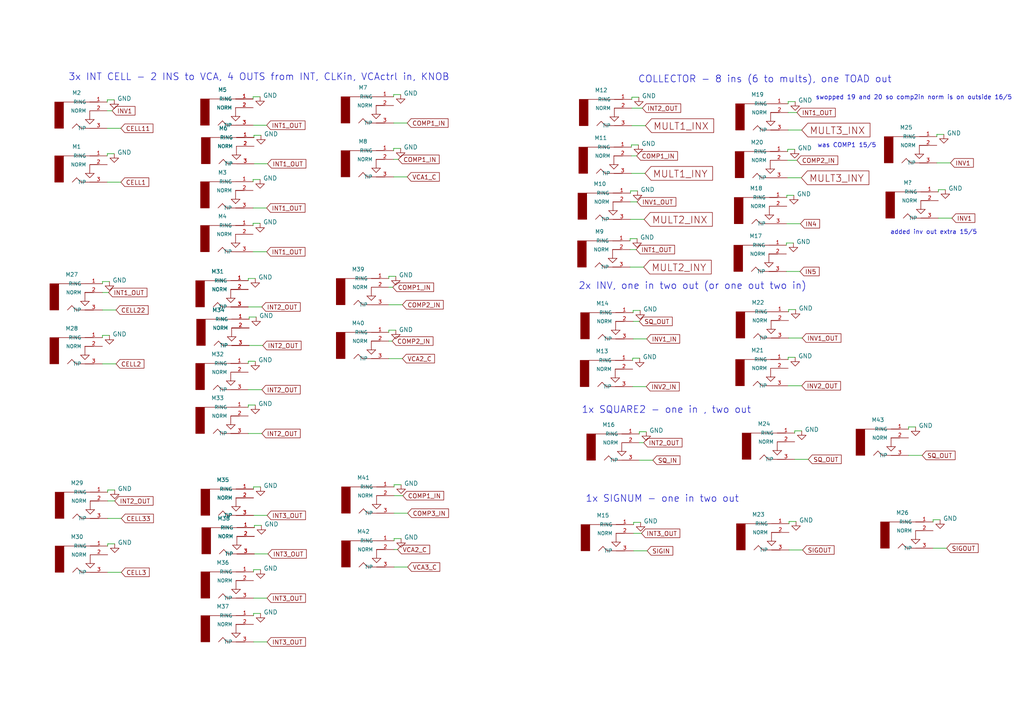
<source format=kicad_sch>
(kicad_sch (version 20211123) (generator eeschema)
  (paper "A4")
  (lib_symbols
    (symbol "power:GND" (power) (pin_names (offset 0))
      (property "Value" "GND" (at 0 -3.81 0))
      (symbol "GND_0_1"
        (polyline (pts (xy 0 0) (xy 0 -1.27) (xy 1.27 -1.27) (xy 0 -2.54) (xy -1.27 -1.27) (xy 0 -1.27)))
      )
      (symbol "GND_1_1"
        (pin power_in line (at 0 0 270) (length 0) hide (name "GND") (number "1"))
      )
    )
    (symbol "toad2-rescue:AUDIO-JACKERTHENVAR-PJ398-allcolours-rescue" (pin_names (offset 1.016))
      (property "Reference" "M?" (at -1.27 5.207 0))
      (symbol "AUDIO-JACKERTHENVAR-PJ398-allcolours-rescue_1_0"
        (polyline (pts (xy -5.08 2.54) (xy 5.08 2.54)))
        (polyline (pts (xy -2.54 -5.08) (xy -1.27 -3.81)))
        (polyline (pts (xy -1.27 -3.81) (xy 0 -5.08)))
        (polyline (pts (xy 0 -5.08) (xy 5.08 -5.08)))
        (polyline (pts (xy 1.27 -2.54) (xy 2.54 -2.54)))
        (polyline (pts (xy 2.54 -3.81) (xy 1.27 -2.54)))
        (polyline (pts (xy 2.54 -2.54) (xy 2.54 0)))
        (polyline (pts (xy 2.54 -2.54) (xy 3.81 -2.54)))
        (polyline (pts (xy 3.81 -2.54) (xy 2.54 -3.81)))
        (polyline (pts (xy 5.08 0) (xy 2.54 0)))
      )
      (symbol "AUDIO-JACKERTHENVAR-PJ398-allcolours-rescue_1_1"
        (rectangle (start -7.62 -5.08) (end -5.08 2.54) (fill (type outline)))
        (pin bidirectional line (at 7.62 2.54 180) (length 5.08) (name "RING") (number "1"))
        (pin bidirectional line (at 7.62 0 180) (length 5.08) (name "NORM") (number "2"))
        (pin bidirectional line (at 7.62 -5.08 180) (length 5.08) (name "TIP") (number "3"))
      )
    )
  )
  (wire (pts (xy 75.565 165.227) (xy 73.533 165.227)))
  (wire (pts (xy 270.637 150.749) (xy 270.637 151.384)))
  (wire (pts (xy 73.533 165.227) (xy 73.533 165.862)))
  (wire (pts (xy 73.533 141.224) (xy 73.533 141.859)))
  (wire (pts (xy 73.406 52.07) (xy 73.406 52.705)))
  (wire (pts (xy 263.525 123.825) (xy 263.525 124.46)))
  (wire (pts (xy 185.801 151.511) (xy 183.769 151.511)))
  (wire (pts (xy 75.438 64.77) (xy 73.406 64.77)))
  (wire (pts (xy 183.769 159.766) (xy 187.706 159.766)))
  (wire (pts (xy 182.753 77.47) (xy 186.69 77.47)))
  (wire (pts (xy 31.75 81.661) (xy 29.718 81.661)))
  (wire (pts (xy 182.88 55.372) (xy 182.88 56.007)))
  (wire (pts (xy 272.669 150.749) (xy 270.637 150.749)))
  (wire (pts (xy 228.473 51.562) (xy 232.41 51.562)))
  (wire (pts (xy 187.452 125.222) (xy 185.42 125.222)))
  (wire (pts (xy 185.547 103.886) (xy 183.515 103.886)))
  (wire (pts (xy 33.147 44.577) (xy 31.115 44.577)))
  (wire (pts (xy 230.759 89.789) (xy 228.727 89.789)))
  (wire (pts (xy 75.438 52.07) (xy 73.406 52.07)))
  (wire (pts (xy 72.009 125.73) (xy 75.946 125.73)))
  (wire (pts (xy 73.406 28.067) (xy 73.406 28.702)))
  (wire (pts (xy 265.557 123.825) (xy 263.525 123.825)))
  (wire (pts (xy 183.642 93.218) (xy 185.42 93.218)))
  (wire (pts (xy 74.041 117.475) (xy 72.009 117.475)))
  (wire (pts (xy 75.565 141.224) (xy 73.533 141.224)))
  (wire (pts (xy 182.88 63.627) (xy 186.817 63.627)))
  (wire (pts (xy 183.134 50.292) (xy 187.071 50.292)))
  (wire (pts (xy 182.753 72.39) (xy 184.531 72.39)))
  (wire (pts (xy 273.7612 38.989) (xy 271.7292 38.989)))
  (wire (pts (xy 31.115 37.211) (xy 35.052 37.211)))
  (wire (pts (xy 228.6 29.464) (xy 228.6 30.099)))
  (wire (pts (xy 228.854 159.512) (xy 232.791 159.512)))
  (wire (pts (xy 73.533 173.482) (xy 77.47 173.482)))
  (wire (pts (xy 230.251 56.642) (xy 228.219 56.642)))
  (wire (pts (xy 74.295 91.948) (xy 72.263 91.948)))
  (wire (pts (xy 114.3 159.385) (xy 115.316 159.385)))
  (wire (pts (xy 72.009 113.03) (xy 75.946 113.03)))
  (wire (pts (xy 73.533 149.479) (xy 77.47 149.479)))
  (wire (pts (xy 116.332 156.21) (xy 114.3 156.21)))
  (wire (pts (xy 183.134 45.212) (xy 184.658 45.212)))
  (wire (pts (xy 114.3 140.589) (xy 114.3 141.224)))
  (wire (pts (xy 73.533 186.182) (xy 77.47 186.182)))
  (wire (pts (xy 112.776 88.392) (xy 116.713 88.392)))
  (wire (pts (xy 228.092 78.74) (xy 232.029 78.74)))
  (wire (pts (xy 232.537 124.968) (xy 230.505 124.968)))
  (wire (pts (xy 274.193 55.0164) (xy 272.161 55.0164)))
  (wire (pts (xy 228.219 64.897) (xy 232.156 64.897)))
  (wire (pts (xy 271.7292 47.244) (xy 275.6662 47.244)))
  (wire (pts (xy 185.293 28.194) (xy 183.261 28.194)))
  (wire (pts (xy 183.261 28.194) (xy 183.261 28.829)))
  (wire (pts (xy 72.263 100.203) (xy 76.2 100.203)))
  (wire (pts (xy 228.6 37.719) (xy 232.537 37.719)))
  (wire (pts (xy 185.674 90.043) (xy 183.642 90.043)))
  (wire (pts (xy 116.205 27.432) (xy 114.173 27.432)))
  (wire (pts (xy 185.42 128.397) (xy 186.69 128.397)))
  (wire (pts (xy 230.124 70.485) (xy 228.092 70.485)))
  (wire (pts (xy 228.727 98.044) (xy 232.664 98.044)))
  (wire (pts (xy 31.242 145.288) (xy 33.274 145.288)))
  (wire (pts (xy 184.785 69.215) (xy 182.753 69.215)))
  (wire (pts (xy 75.692 39.243) (xy 73.66 39.243)))
  (wire (pts (xy 31.115 44.577) (xy 31.115 45.212)))
  (wire (pts (xy 228.473 43.307) (xy 228.473 43.942)))
  (wire (pts (xy 271.7292 38.989) (xy 271.7292 39.624)))
  (wire (pts (xy 272.161 55.0164) (xy 272.161 55.6514)))
  (wire (pts (xy 116.205 43.053) (xy 114.173 43.053)))
  (wire (pts (xy 183.261 36.449) (xy 187.198 36.449)))
  (wire (pts (xy 182.753 69.215) (xy 182.753 69.85)))
  (wire (pts (xy 73.533 177.927) (xy 73.533 178.562)))
  (wire (pts (xy 183.769 151.511) (xy 183.769 152.146)))
  (wire (pts (xy 73.406 36.322) (xy 77.343 36.322)))
  (wire (pts (xy 114.3 164.465) (xy 118.237 164.465)))
  (wire (pts (xy 230.886 151.257) (xy 228.854 151.257)))
  (wire (pts (xy 72.009 117.475) (xy 72.009 118.11)))
  (wire (pts (xy 31.242 157.734) (xy 31.242 158.369)))
  (wire (pts (xy 31.242 142.113) (xy 31.242 142.748)))
  (wire (pts (xy 183.261 31.369) (xy 186.309 31.369)))
  (wire (pts (xy 270.637 159.004) (xy 274.574 159.004)))
  (wire (pts (xy 116.332 140.589) (xy 114.3 140.589)))
  (wire (pts (xy 112.776 95.758) (xy 112.776 96.393)))
  (wire (pts (xy 228.6 32.639) (xy 231.14 32.639)))
  (wire (pts (xy 114.3 148.844) (xy 118.237 148.844)))
  (wire (pts (xy 112.776 104.013) (xy 116.713 104.013)))
  (wire (pts (xy 228.854 151.257) (xy 228.854 151.892)))
  (wire (pts (xy 31.242 150.368) (xy 35.179 150.368)))
  (wire (pts (xy 114.173 27.432) (xy 114.173 28.067)))
  (wire (pts (xy 29.718 81.661) (xy 29.718 82.296)))
  (wire (pts (xy 114.3 156.21) (xy 114.3 156.845)))
  (wire (pts (xy 75.565 177.927) (xy 73.533 177.927)))
  (wire (pts (xy 114.173 35.687) (xy 118.11 35.687)))
  (wire (pts (xy 228.6 111.887) (xy 232.537 111.887)))
  (wire (pts (xy 31.115 32.131) (xy 32.512 32.131)))
  (wire (pts (xy 75.819 152.4) (xy 73.787 152.4)))
  (wire (pts (xy 29.718 97.282) (xy 29.718 97.917)))
  (wire (pts (xy 184.912 55.372) (xy 182.88 55.372)))
  (wire (pts (xy 29.718 89.916) (xy 33.655 89.916)))
  (wire (pts (xy 73.406 73.025) (xy 77.343 73.025)))
  (wire (pts (xy 74.041 104.775) (xy 72.009 104.775)))
  (wire (pts (xy 72.009 89.027) (xy 75.946 89.027)))
  (wire (pts (xy 31.115 52.832) (xy 35.052 52.832)))
  (wire (pts (xy 31.115 28.956) (xy 31.115 29.591)))
  (wire (pts (xy 73.66 47.498) (xy 77.597 47.498)))
  (wire (pts (xy 33.147 28.956) (xy 31.115 28.956)))
  (wire (pts (xy 73.406 64.77) (xy 73.406 65.405)))
  (wire (pts (xy 183.515 112.141) (xy 187.452 112.141)))
  (wire (pts (xy 72.263 91.948) (xy 72.263 92.583)))
  (wire (pts (xy 112.776 98.933) (xy 113.7412 98.933)))
  (wire (pts (xy 183.769 154.686) (xy 186.055 154.686)))
  (wire (pts (xy 114.173 51.308) (xy 118.11 51.308)))
  (wire (pts (xy 112.776 83.312) (xy 113.919 83.312)))
  (wire (pts (xy 185.166 42.037) (xy 183.134 42.037)))
  (wire (pts (xy 228.6 103.632) (xy 228.6 104.267)))
  (wire (pts (xy 31.75 97.282) (xy 29.718 97.282)))
  (wire (pts (xy 72.009 80.772) (xy 72.009 81.407)))
  (wire (pts (xy 33.274 157.734) (xy 31.242 157.734)))
  (wire (pts (xy 114.808 95.758) (xy 112.776 95.758)))
  (wire (pts (xy 29.718 105.537) (xy 33.655 105.537)))
  (wire (pts (xy 73.406 60.325) (xy 77.343 60.325)))
  (wire (pts (xy 230.632 103.632) (xy 228.6 103.632)))
  (wire (pts (xy 114.808 80.137) (xy 112.776 80.137)))
  (wire (pts (xy 29.718 84.836) (xy 31.496 84.836)))
  (wire (pts (xy 230.505 124.968) (xy 230.505 125.603)))
  (wire (pts (xy 228.219 56.642) (xy 228.219 57.277)))
  (wire (pts (xy 112.776 80.137) (xy 112.776 80.772)))
  (wire (pts (xy 72.009 104.775) (xy 72.009 105.41)))
  (wire (pts (xy 75.438 28.067) (xy 73.406 28.067)))
  (wire (pts (xy 185.42 125.222) (xy 185.42 125.857)))
  (wire (pts (xy 114.173 46.228) (xy 115.5192 46.228)))
  (wire (pts (xy 73.787 152.4) (xy 73.787 153.035)))
  (wire (pts (xy 183.515 103.886) (xy 183.515 104.521)))
  (wire (pts (xy 230.632 29.464) (xy 228.6 29.464)))
  (wire (pts (xy 114.3 143.764) (xy 116.84 143.764)))
  (wire (pts (xy 183.642 98.298) (xy 187.579 98.298)))
  (wire (pts (xy 73.787 160.655) (xy 77.724 160.655)))
  (wire (pts (xy 31.242 165.989) (xy 35.179 165.989)))
  (wire (pts (xy 183.642 90.043) (xy 183.642 90.678)))
  (wire (pts (xy 114.173 43.053) (xy 114.173 43.688)))
  (wire (pts (xy 230.505 43.307) (xy 228.473 43.307)))
  (wire (pts (xy 230.505 133.223) (xy 234.442 133.223)))
  (wire (pts (xy 228.727 89.789) (xy 228.727 90.424)))
  (wire (pts (xy 182.88 58.547) (xy 184.785 58.547)))
  (wire (pts (xy 183.134 42.037) (xy 183.134 42.672)))
  (wire (pts (xy 272.161 63.2714) (xy 276.098 63.2714)))
  (wire (pts (xy 73.66 39.243) (xy 73.66 39.878)))
  (wire (pts (xy 263.525 132.08) (xy 267.462 132.08)))
  (wire (pts (xy 33.274 142.113) (xy 31.242 142.113)))
  (wire (pts (xy 185.42 133.477) (xy 189.357 133.477)))
  (wire (pts (xy 74.041 80.772) (xy 72.009 80.772)))
  (wire (pts (xy 228.473 46.482) (xy 231.14 46.482)))
  (wire (pts (xy 228.092 70.485) (xy 228.092 71.12)))
  (text "was COMP1 15/5\n" (at 237.0582 43.0022 0) (effects (font (size 1.27 1.27)) (justify left bottom)))
  (text "1x SQUARE2 - one in , two out" (at 168.656 120.142 0) (effects (font (size 2 2)) (justify left bottom)))
  (text "1x SIGNUM - one in two out" (at 169.799 145.923 0) (effects (font (size 2 2)) (justify left bottom)))
  (text "COLLECTOR - 8 ins (6 to mults), one TOAD out" (at 185.039 24.257 0) (effects (font (size 2 2)) (justify left bottom)))
  (text "swopped 19 and 20 so comp2in norm is on outside 16/5" (at 236.5756 29.1084 0) (effects (font (size 1.27 1.27)) (justify left bottom)))
  (text "2x INV, one in two out (or one out two in)" (at 167.767 84.201 0) (effects (font (size 2 2)) (justify left bottom)))
  (text "added inv out extra 15/5" (at 258.191 68.1736 0) (effects (font (size 1.27 1.27)) (justify left bottom)))
  (text "3x INT CELL - 2 INS to VCA, 4 OUTS from INT, CLKin, VCActrl in, KNOB" (at 19.812 23.622 0) (effects (font (size 2 2)) (justify left bottom)))
  (global_label "SQ_OUT" (shape input) (at 267.462 132.08 0) (property "Intersheet References" "${INTERSHEET_REFS}" (effects hide)))
  (global_label "COMP1_IN" (shape input) (at 118.11 35.687 0) (property "Intersheet References" "${INTERSHEET_REFS}" (effects hide)))
  (global_label "CELL1" (shape input) (at 35.052 52.832 0) (property "Intersheet References" "${INTERSHEET_REFS}" (effects hide)))
  (global_label "INT2_OUT" (shape input) (at 186.69 128.397 0) (property "Intersheet References" "${INTERSHEET_REFS}" (effects hide)))
  (global_label "INV1" (shape input) (at 275.6662 47.244 0) (property "Intersheet References" "${INTERSHEET_REFS}" (effects hide)))
  (global_label "VCA2_C" (shape input) (at 115.316 159.385 0) (property "Intersheet References" "${INTERSHEET_REFS}" (effects hide)))
  (global_label "INT3_OUT" (shape input) (at 77.47 186.182 0) (property "Intersheet References" "${INTERSHEET_REFS}" (effects hide)))
  (global_label "INT3_OUT" (shape input) (at 77.47 173.482 0) (property "Intersheet References" "${INTERSHEET_REFS}" (effects hide)))
  (global_label "CELL2" (shape input) (at 33.655 105.537 0) (property "Intersheet References" "${INTERSHEET_REFS}" (effects hide)))
  (global_label "CELL3" (shape input) (at 35.179 165.989 0) (property "Intersheet References" "${INTERSHEET_REFS}" (effects hide)))
  (global_label "INV2_OUT" (shape input) (at 232.537 111.887 0) (property "Intersheet References" "${INTERSHEET_REFS}" (effects hide)))
  (global_label "MULT3_INY" (shape input) (at 232.41 51.562 0) (effects (font (size 2.0066 2.0066))) (property "Intersheet References" "${INTERSHEET_REFS}" (effects hide)))
  (global_label "INT2_OUT" (shape input) (at 33.274 145.288 0) (property "Intersheet References" "${INTERSHEET_REFS}" (effects hide)))
  (global_label "COMP1_IN" (shape input) (at 184.658 45.212 0) (property "Intersheet References" "${INTERSHEET_REFS}" (effects hide)))
  (global_label "COMP2_IN" (shape input) (at 231.14 46.482 0) (property "Intersheet References" "${INTERSHEET_REFS}" (effects hide)))
  (global_label "COMP2_IN" (shape input) (at 113.7412 98.933 0) (property "Intersheet References" "${INTERSHEET_REFS}" (effects hide)))
  (global_label "INT1_OUT" (shape input) (at 77.343 60.325 0) (property "Intersheet References" "${INTERSHEET_REFS}" (effects hide)))
  (global_label "VCA3_C" (shape input) (at 118.237 164.465 0) (property "Intersheet References" "${INTERSHEET_REFS}" (effects hide)))
  (global_label "SQ_OUT" (shape input) (at 185.42 93.218 0) (property "Intersheet References" "${INTERSHEET_REFS}" (effects hide)))
  (global_label "INV1" (shape input) (at 276.098 63.2714 0) (property "Intersheet References" "${INTERSHEET_REFS}" (effects hide)))
  (global_label "INV1_IN" (shape input) (at 187.579 98.298 0) (property "Intersheet References" "${INTERSHEET_REFS}" (effects hide)))
  (global_label "INV1_OUT" (shape input) (at 184.785 58.547 0) (property "Intersheet References" "${INTERSHEET_REFS}" (effects hide)))
  (global_label "MULT3_INX" (shape input) (at 232.537 37.719 0) (effects (font (size 2.0066 2.0066))) (property "Intersheet References" "${INTERSHEET_REFS}" (effects hide)))
  (global_label "COMP2_IN" (shape input) (at 116.713 88.392 0) (property "Intersheet References" "${INTERSHEET_REFS}" (effects hide)))
  (global_label "VCA2_C" (shape input) (at 116.713 104.013 0) (property "Intersheet References" "${INTERSHEET_REFS}" (effects hide)))
  (global_label "VCA1_C" (shape input) (at 118.11 51.308 0) (property "Intersheet References" "${INTERSHEET_REFS}" (effects hide)))
  (global_label "INV1_OUT" (shape input) (at 232.664 98.044 0) (property "Intersheet References" "${INTERSHEET_REFS}" (effects hide)))
  (global_label "COMP1_IN" (shape input) (at 113.919 83.312 0) (property "Intersheet References" "${INTERSHEET_REFS}" (effects hide)))
  (global_label "CELL11" (shape input) (at 35.052 37.211 0) (property "Intersheet References" "${INTERSHEET_REFS}" (effects hide)))
  (global_label "MULT2_INX" (shape input) (at 186.817 63.627 0) (effects (font (size 2.0066 2.0066))) (property "Intersheet References" "${INTERSHEET_REFS}" (effects hide)))
  (global_label "SIGOUT" (shape input) (at 232.791 159.512 0) (property "Intersheet References" "${INTERSHEET_REFS}" (effects hide)))
  (global_label "INT1_OUT" (shape input) (at 184.531 72.39 0) (property "Intersheet References" "${INTERSHEET_REFS}" (effects hide)))
  (global_label "INT2_OUT" (shape input) (at 75.946 113.03 0) (property "Intersheet References" "${INTERSHEET_REFS}" (effects hide)))
  (global_label "MULT2_INY" (shape input) (at 186.69 77.47 0) (effects (font (size 2.0066 2.0066))) (property "Intersheet References" "${INTERSHEET_REFS}" (effects hide)))
  (global_label "IN4" (shape input) (at 232.156 64.897 0) (property "Intersheet References" "${INTERSHEET_REFS}" (effects hide)))
  (global_label "CELL22" (shape input) (at 33.655 89.916 0) (property "Intersheet References" "${INTERSHEET_REFS}" (effects hide)))
  (global_label "MULT1_INY" (shape input) (at 187.071 50.292 0) (effects (font (size 2.0066 2.0066))) (property "Intersheet References" "${INTERSHEET_REFS}" (effects hide)))
  (global_label "INT3_OUT" (shape input) (at 186.055 154.686 0) (property "Intersheet References" "${INTERSHEET_REFS}" (effects hide)))
  (global_label "INT2_OUT" (shape input) (at 75.946 89.027 0) (property "Intersheet References" "${INTERSHEET_REFS}" (effects hide)))
  (global_label "INT1_OUT" (shape input) (at 77.343 36.322 0) (property "Intersheet References" "${INTERSHEET_REFS}" (effects hide)))
  (global_label "MULT1_INX" (shape input) (at 187.198 36.449 0) (effects (font (size 2.0066 2.0066))) (property "Intersheet References" "${INTERSHEET_REFS}" (effects hide)))
  (global_label "INT3_OUT" (shape input) (at 77.724 160.655 0) (property "Intersheet References" "${INTERSHEET_REFS}" (effects hide)))
  (global_label "SQ_IN" (shape input) (at 189.357 133.477 0) (property "Intersheet References" "${INTERSHEET_REFS}" (effects hide)))
  (global_label "IN5" (shape input) (at 232.029 78.74 0) (property "Intersheet References" "${INTERSHEET_REFS}" (effects hide)))
  (global_label "INT2_OUT" (shape input) (at 75.946 125.73 0) (property "Intersheet References" "${INTERSHEET_REFS}" (effects hide)))
  (global_label "COMP3_IN" (shape input) (at 118.237 148.844 0) (property "Intersheet References" "${INTERSHEET_REFS}" (effects hide)))
  (global_label "SIGOUT" (shape input) (at 274.574 159.004 0) (property "Intersheet References" "${INTERSHEET_REFS}" (effects hide)))
  (global_label "INV2_IN" (shape input) (at 187.452 112.141 0) (property "Intersheet References" "${INTERSHEET_REFS}" (effects hide)))
  (global_label "SQ_OUT" (shape input) (at 234.442 133.223 0) (property "Intersheet References" "${INTERSHEET_REFS}" (effects hide)))
  (global_label "INT1_OUT" (shape input) (at 77.597 47.498 0) (property "Intersheet References" "${INTERSHEET_REFS}" (effects hide)))
  (global_label "INT3_OUT" (shape input) (at 77.47 149.479 0) (property "Intersheet References" "${INTERSHEET_REFS}" (effects hide)))
  (global_label "INT2_OUT" (shape input) (at 186.309 31.369 0) (property "Intersheet References" "${INTERSHEET_REFS}" (effects hide)))
  (global_label "COMP1_IN" (shape input) (at 116.84 143.764 0) (property "Intersheet References" "${INTERSHEET_REFS}" (effects hide)))
  (global_label "INT2_OUT" (shape input) (at 76.2 100.203 0) (property "Intersheet References" "${INTERSHEET_REFS}" (effects hide)))
  (global_label "INT1_OUT" (shape input) (at 31.496 84.836 0) (property "Intersheet References" "${INTERSHEET_REFS}" (effects hide)))
  (global_label "INV1" (shape input) (at 32.512 32.131 0) (property "Intersheet References" "${INTERSHEET_REFS}" (effects hide)))
  (global_label "INT1_OUT" (shape input) (at 77.343 73.025 0) (property "Intersheet References" "${INTERSHEET_REFS}" (effects hide)))
  (global_label "CELL33" (shape input) (at 35.179 150.368 0) (property "Intersheet References" "${INTERSHEET_REFS}" (effects hide)))
  (global_label "INT1_OUT" (shape input) (at 231.14 32.639 0) (property "Intersheet References" "${INTERSHEET_REFS}" (effects hide)))
  (global_label "COMP1_IN" (shape input) (at 115.5192 46.228 0) (property "Intersheet References" "${INTERSHEET_REFS}" (effects hide)))
  (global_label "SIGIN" (shape input) (at 187.706 159.766 0) (property "Intersheet References" "${INTERSHEET_REFS}" (effects hide)))
  (symbol (lib_id "power:GND") (at 184.785 69.215 0) (unit 1)
    (property "Reference" "#PWR0157" (effects hide))
    (property "Value" "GND" (at 187.706 68.834 0))
  )
  (symbol (lib_id "toad2-rescue:AUDIO-JACKERTHENVAR-PJ398-allcolours-rescue") (at 220.853 46.482 0) (unit 1)
    (property "Reference" "M20" (at 219.583 41.275 0) (effects (font (size 1.143 1.143))))
    (property "Value" "AUDIO-JACKERTHENVAR-PJ398-allcolours-rescue" (effects hide))
    (property "Footprint" "new_kicad:Jack_3.5mm_QingPu_WQP-PJ398SM_Vertical_CircularHoles" (effects hide))
  )
  (symbol (lib_id "toad2-rescue:AUDIO-JACKERTHENVAR-PJ398-allcolours-rescue") (at 23.622 160.909 0) (unit 1)
    (property "Reference" "M30" (at 22.352 155.702 0) (effects (font (size 1.143 1.143))))
    (property "Value" "AUDIO-JACKERTHENVAR-PJ398-allcolours-rescue" (effects hide))
    (property "Footprint" "new_kicad:Jack_3.5mm_QingPu_WQP-PJ398SM_Vertical_CircularHoles" (effects hide))
  )
  (symbol (lib_id "power:GND") (at 185.166 42.037 0) (unit 1)
    (property "Reference" "#PWR0156" (effects hide))
    (property "Value" "GND" (at 188.087 41.656 0))
  )
  (symbol (lib_id "toad2-rescue:AUDIO-JACKERTHENVAR-PJ398-allcolours-rescue") (at 220.98 106.807 0) (unit 1)
    (property "Reference" "M21" (at 219.71 101.6 0) (effects (font (size 1.143 1.143))))
    (property "Value" "AUDIO-JACKERTHENVAR-PJ398-allcolours-rescue" (effects hide))
    (property "Footprint" "new_kicad:Jack_3.5mm_QingPu_WQP-PJ398SM_Vertical_CircularHoles" (effects hide))
  )
  (symbol (lib_id "toad2-rescue:AUDIO-JACKERTHENVAR-PJ398-allcolours-rescue") (at 220.599 59.817 0) (unit 1)
    (property "Reference" "M18" (at 219.329 54.61 0) (effects (font (size 1.143 1.143))))
    (property "Value" "AUDIO-JACKERTHENVAR-PJ398-allcolours-rescue" (effects hide))
    (property "Footprint" "new_kicad:Jack_3.5mm_QingPu_WQP-PJ398SM_Vertical_CircularHoles" (effects hide))
  )
  (symbol (lib_id "toad2-rescue:AUDIO-JACKERTHENVAR-PJ398-allcolours-rescue") (at 65.913 144.399 0) (unit 1)
    (property "Reference" "M35" (at 64.643 139.192 0) (effects (font (size 1.143 1.143))))
    (property "Value" "AUDIO-JACKERTHENVAR-PJ398-allcolours-rescue" (effects hide))
    (property "Footprint" "new_kicad:Jack_3.5mm_QingPu_WQP-PJ398SM_Vertical_CircularHoles" (effects hide))
  )
  (symbol (lib_id "toad2-rescue:AUDIO-JACKERTHENVAR-PJ398-allcolours-rescue") (at 220.472 73.66 0) (unit 1)
    (property "Reference" "M17" (at 219.202 68.453 0) (effects (font (size 1.143 1.143))))
    (property "Value" "AUDIO-JACKERTHENVAR-PJ398-allcolours-rescue" (effects hide))
    (property "Footprint" "new_kicad:Jack_3.5mm_QingPu_WQP-PJ398SM_Vertical_CircularHoles" (effects hide))
  )
  (symbol (lib_id "power:GND") (at 116.332 140.589 0) (unit 1)
    (property "Reference" "#PWR0194" (effects hide))
    (property "Value" "GND" (at 119.253 140.208 0))
  )
  (symbol (lib_id "toad2-rescue:AUDIO-JACKERTHENVAR-PJ398-allcolours-rescue") (at 22.098 100.457 0) (unit 1)
    (property "Reference" "M28" (at 20.828 95.25 0) (effects (font (size 1.143 1.143))))
    (property "Value" "AUDIO-JACKERTHENVAR-PJ398-allcolours-rescue" (effects hide))
    (property "Footprint" "new_kicad:Jack_3.5mm_QingPu_WQP-PJ398SM_Vertical_CircularHoles" (effects hide))
  )
  (symbol (lib_id "power:GND") (at 184.912 55.372 0) (unit 1)
    (property "Reference" "#PWR0154" (effects hide))
    (property "Value" "GND" (at 187.833 54.991 0))
  )
  (symbol (lib_id "toad2-rescue:AUDIO-JACKERTHENVAR-PJ398-allcolours-rescue") (at 221.107 92.964 0) (unit 1)
    (property "Reference" "M22" (at 219.837 87.757 0) (effects (font (size 1.143 1.143))))
    (property "Value" "AUDIO-JACKERTHENVAR-PJ398-allcolours-rescue" (effects hide))
    (property "Footprint" "new_kicad:Jack_3.5mm_QingPu_WQP-PJ398SM_Vertical_CircularHoles" (effects hide))
  )
  (symbol (lib_id "toad2-rescue:AUDIO-JACKERTHENVAR-PJ398-allcolours-rescue") (at 176.022 93.218 0) (unit 1)
    (property "Reference" "M14" (at 174.752 88.011 0) (effects (font (size 1.143 1.143))))
    (property "Value" "AUDIO-JACKERTHENVAR-PJ398-allcolours-rescue" (effects hide))
    (property "Footprint" "new_kicad:Jack_3.5mm_QingPu_WQP-PJ398SM_Vertical_CircularHoles" (effects hide))
  )
  (symbol (lib_id "toad2-rescue:AUDIO-JACKERTHENVAR-PJ398-allcolours-rescue") (at 264.541 58.1914 0) (unit 1)
    (property "Reference" "M?" (at 263.271 52.9844 0) (effects (font (size 1.143 1.143))))
    (property "Value" "AUDIO-JACKERTHENVAR-PJ398-allcolours-rescue" (effects hide))
    (property "Footprint" "new_kicad:Jack_3.5mm_QingPu_WQP-PJ398SM_Vertical_CircularHoles" (effects hide))
  )
  (symbol (lib_id "toad2-rescue:AUDIO-JACKERTHENVAR-PJ398-allcolours-rescue") (at 23.495 47.752 0) (unit 1)
    (property "Reference" "M1" (at 22.225 42.545 0) (effects (font (size 1.143 1.143))))
    (property "Value" "AUDIO-JACKERTHENVAR-PJ398-allcolours-rescue" (effects hide))
    (property "Footprint" "new_kicad:Jack_3.5mm_QingPu_WQP-PJ398SM_Vertical_CircularHoles" (effects hide))
  )
  (symbol (lib_id "power:GND") (at 230.759 89.789 0) (unit 1)
    (property "Reference" "#PWR0159" (effects hide))
    (property "Value" "GND" (at 233.68 89.408 0))
  )
  (symbol (lib_id "toad2-rescue:AUDIO-JACKERTHENVAR-PJ398-allcolours-rescue") (at 65.786 55.245 0) (unit 1)
    (property "Reference" "M3" (at 64.516 50.038 0) (effects (font (size 1.143 1.143))))
    (property "Value" "AUDIO-JACKERTHENVAR-PJ398-allcolours-rescue" (effects hide))
    (property "Footprint" "new_kicad:Jack_3.5mm_QingPu_WQP-PJ398SM_Vertical_CircularHoles" (effects hide))
  )
  (symbol (lib_id "power:GND") (at 114.808 95.758 0) (unit 1)
    (property "Reference" "#PWR0186" (effects hide))
    (property "Value" "GND" (at 117.729 95.631 0))
  )
  (symbol (lib_id "power:GND") (at 74.041 104.775 0) (unit 1)
    (property "Reference" "#PWR0188" (effects hide))
    (property "Value" "GND" (at 76.962 104.394 0))
  )
  (symbol (lib_id "power:GND") (at 185.801 151.511 0) (unit 1)
    (property "Reference" "#PWR0185" (effects hide))
    (property "Value" "GND" (at 188.722 151.13 0))
  )
  (symbol (lib_id "power:GND") (at 74.041 80.772 0) (unit 1)
    (property "Reference" "#PWR0202" (effects hide))
    (property "Value" "GND" (at 76.962 80.391 0))
  )
  (symbol (lib_id "power:GND") (at 185.293 28.194 0) (unit 1)
    (property "Reference" "#PWR0153" (effects hide))
    (property "Value" "GND" (at 188.214 27.813 0))
  )
  (symbol (lib_id "power:GND") (at 75.692 39.243 0) (unit 1)
    (property "Reference" "#PWR0124" (effects hide))
    (property "Value" "GND" (at 78.613 38.862 0))
  )
  (symbol (lib_id "toad2-rescue:AUDIO-JACKERTHENVAR-PJ398-allcolours-rescue") (at 23.622 145.288 0) (unit 1)
    (property "Reference" "M29" (at 22.352 140.081 0) (effects (font (size 1.143 1.143))))
    (property "Value" "AUDIO-JACKERTHENVAR-PJ398-allcolours-rescue" (effects hide))
    (property "Footprint" "new_kicad:Jack_3.5mm_QingPu_WQP-PJ398SM_Vertical_CircularHoles" (effects hide))
  )
  (symbol (lib_id "toad2-rescue:AUDIO-JACKERTHENVAR-PJ398-allcolours-rescue") (at 220.98 32.639 0) (unit 1)
    (property "Reference" "M19" (at 219.71 27.432 0) (effects (font (size 1.143 1.143))))
    (property "Value" "AUDIO-JACKERTHENVAR-PJ398-allcolours-rescue" (effects hide))
    (property "Footprint" "new_kicad:Jack_3.5mm_QingPu_WQP-PJ398SM_Vertical_CircularHoles" (effects hide))
  )
  (symbol (lib_id "power:GND") (at 116.205 27.432 0) (unit 1)
    (property "Reference" "#PWR0139" (effects hide))
    (property "Value" "GND" (at 119.126 27.051 0))
  )
  (symbol (lib_id "toad2-rescue:AUDIO-JACKERTHENVAR-PJ398-allcolours-rescue") (at 106.553 46.228 0) (unit 1)
    (property "Reference" "M8" (at 105.283 41.021 0) (effects (font (size 1.143 1.143))))
    (property "Value" "AUDIO-JACKERTHENVAR-PJ398-allcolours-rescue" (effects hide))
    (property "Footprint" "new_kicad:Jack_3.5mm_QingPu_WQP-PJ398SM_Vertical_CircularHoles" (effects hide))
  )
  (symbol (lib_id "power:GND") (at 75.565 165.227 0) (unit 1)
    (property "Reference" "#PWR0193" (effects hide))
    (property "Value" "GND" (at 78.486 164.846 0))
  )
  (symbol (lib_id "power:GND") (at 265.557 123.825 0) (unit 1)
    (property "Reference" "#PWR0121" (effects hide))
    (property "Value" "GND" (at 268.478 123.444 0))
  )
  (symbol (lib_id "power:GND") (at 33.274 157.734 0) (unit 1)
    (property "Reference" "#PWR0203" (effects hide))
    (property "Value" "GND" (at 36.195 157.353 0))
  )
  (symbol (lib_id "power:GND") (at 33.147 44.577 0) (unit 1)
    (property "Reference" "#PWR0133" (effects hide))
    (property "Value" "GND" (at 36.068 44.196 0))
  )
  (symbol (lib_id "toad2-rescue:AUDIO-JACKERTHENVAR-PJ398-allcolours-rescue") (at 64.389 83.947 0) (unit 1)
    (property "Reference" "M31" (at 63.119 78.74 0) (effects (font (size 1.143 1.143))))
    (property "Value" "AUDIO-JACKERTHENVAR-PJ398-allcolours-rescue" (effects hide))
    (property "Footprint" "new_kicad:Jack_3.5mm_QingPu_WQP-PJ398SM_Vertical_CircularHoles" (effects hide))
  )
  (symbol (lib_id "power:GND") (at 185.547 103.886 0) (unit 1)
    (property "Reference" "#PWR0181" (effects hide))
    (property "Value" "GND" (at 188.468 103.505 0))
  )
  (symbol (lib_id "power:GND") (at 274.193 55.0164 0) (unit 1)
    (property "Reference" "#PWR?" (effects hide))
    (property "Value" "GND" (at 277.114 54.6354 0))
  )
  (symbol (lib_id "toad2-rescue:AUDIO-JACKERTHENVAR-PJ398-allcolours-rescue") (at 64.389 107.95 0) (unit 1)
    (property "Reference" "M32" (at 63.119 102.743 0) (effects (font (size 1.143 1.143))))
    (property "Value" "AUDIO-JACKERTHENVAR-PJ398-allcolours-rescue" (effects hide))
    (property "Footprint" "new_kicad:Jack_3.5mm_QingPu_WQP-PJ398SM_Vertical_CircularHoles" (effects hide))
  )
  (symbol (lib_id "power:GND") (at 230.251 56.642 0) (unit 1)
    (property "Reference" "#PWR0152" (effects hide))
    (property "Value" "GND" (at 233.172 56.261 0))
  )
  (symbol (lib_id "power:GND") (at 230.886 151.257 0) (unit 1)
    (property "Reference" "#PWR0184" (effects hide))
    (property "Value" "GND" (at 233.807 150.876 0))
  )
  (symbol (lib_id "power:GND") (at 75.438 52.07 0) (unit 1)
    (property "Reference" "#PWR0123" (effects hide))
    (property "Value" "GND" (at 78.359 51.689 0))
  )
  (symbol (lib_id "power:GND") (at 75.438 64.77 0) (unit 1)
    (property "Reference" "#PWR0142" (effects hide))
    (property "Value" "GND" (at 78.359 64.389 0))
  )
  (symbol (lib_id "toad2-rescue:AUDIO-JACKERTHENVAR-PJ398-allcolours-rescue") (at 177.8 128.397 0) (unit 1)
    (property "Reference" "M16" (at 176.53 123.19 0) (effects (font (size 1.143 1.143))))
    (property "Value" "AUDIO-JACKERTHENVAR-PJ398-allcolours-rescue" (effects hide))
    (property "Footprint" "new_kicad:Jack_3.5mm_QingPu_WQP-PJ398SM_Vertical_CircularHoles" (effects hide))
  )
  (symbol (lib_id "power:GND") (at 116.332 156.21 0) (unit 1)
    (property "Reference" "#PWR0191" (effects hide))
    (property "Value" "GND" (at 119.253 155.829 0))
  )
  (symbol (lib_id "toad2-rescue:AUDIO-JACKERTHENVAR-PJ398-allcolours-rescue") (at 65.913 168.402 0) (unit 1)
    (property "Reference" "M36" (at 64.643 163.195 0) (effects (font (size 1.143 1.143))))
    (property "Value" "AUDIO-JACKERTHENVAR-PJ398-allcolours-rescue" (effects hide))
    (property "Footprint" "new_kicad:Jack_3.5mm_QingPu_WQP-PJ398SM_Vertical_CircularHoles" (effects hide))
  )
  (symbol (lib_id "toad2-rescue:AUDIO-JACKERTHENVAR-PJ398-allcolours-rescue") (at 106.553 30.607 0) (unit 1)
    (property "Reference" "M7" (at 105.283 25.4 0) (effects (font (size 1.143 1.143))))
    (property "Value" "AUDIO-JACKERTHENVAR-PJ398-allcolours-rescue" (effects hide))
    (property "Footprint" "new_kicad:Jack_3.5mm_QingPu_WQP-PJ398SM_Vertical_CircularHoles" (effects hide))
  )
  (symbol (lib_id "power:GND") (at 230.505 43.307 0) (unit 1)
    (property "Reference" "#PWR0145" (effects hide))
    (property "Value" "GND" (at 233.426 42.926 0))
  )
  (symbol (lib_id "toad2-rescue:AUDIO-JACKERTHENVAR-PJ398-allcolours-rescue") (at 221.234 154.432 0) (unit 1)
    (property "Reference" "M23" (at 219.964 149.225 0) (effects (font (size 1.143 1.143))))
    (property "Value" "AUDIO-JACKERTHENVAR-PJ398-allcolours-rescue" (effects hide))
    (property "Footprint" "new_kicad:Jack_3.5mm_QingPu_WQP-PJ398SM_Vertical_CircularHoles" (effects hide))
  )
  (symbol (lib_id "toad2-rescue:AUDIO-JACKERTHENVAR-PJ398-allcolours-rescue") (at 175.641 31.369 0) (unit 1)
    (property "Reference" "M12" (at 174.371 26.162 0) (effects (font (size 1.143 1.143))))
    (property "Value" "AUDIO-JACKERTHENVAR-PJ398-allcolours-rescue" (effects hide))
    (property "Footprint" "new_kicad:Jack_3.5mm_QingPu_WQP-PJ398SM_Vertical_CircularHoles" (effects hide))
  )
  (symbol (lib_id "toad2-rescue:AUDIO-JACKERTHENVAR-PJ398-allcolours-rescue") (at 64.389 120.65 0) (unit 1)
    (property "Reference" "M33" (at 63.119 115.443 0) (effects (font (size 1.143 1.143))))
    (property "Value" "AUDIO-JACKERTHENVAR-PJ398-allcolours-rescue" (effects hide))
    (property "Footprint" "new_kicad:Jack_3.5mm_QingPu_WQP-PJ398SM_Vertical_CircularHoles" (effects hide))
  )
  (symbol (lib_id "toad2-rescue:AUDIO-JACKERTHENVAR-PJ398-allcolours-rescue") (at 175.514 45.212 0) (unit 1)
    (property "Reference" "M11" (at 174.244 40.005 0) (effects (font (size 1.143 1.143))))
    (property "Value" "AUDIO-JACKERTHENVAR-PJ398-allcolours-rescue" (effects hide))
    (property "Footprint" "new_kicad:Jack_3.5mm_QingPu_WQP-PJ398SM_Vertical_CircularHoles" (effects hide))
  )
  (symbol (lib_id "power:GND") (at 31.75 81.661 0) (unit 1)
    (property "Reference" "#PWR0196" (effects hide))
    (property "Value" "GND" (at 34.671 81.28 0))
  )
  (symbol (lib_id "toad2-rescue:AUDIO-JACKERTHENVAR-PJ398-allcolours-rescue") (at 65.913 181.102 0) (unit 1)
    (property "Reference" "M37" (at 64.643 175.895 0) (effects (font (size 1.143 1.143))))
    (property "Value" "AUDIO-JACKERTHENVAR-PJ398-allcolours-rescue" (effects hide))
    (property "Footprint" "new_kicad:Jack_3.5mm_QingPu_WQP-PJ398SM_Vertical_CircularHoles" (effects hide))
  )
  (symbol (lib_id "toad2-rescue:AUDIO-JACKERTHENVAR-PJ398-allcolours-rescue") (at 65.786 31.242 0) (unit 1)
    (property "Reference" "M5" (at 64.516 26.035 0) (effects (font (size 1.143 1.143))))
    (property "Value" "AUDIO-JACKERTHENVAR-PJ398-allcolours-rescue" (effects hide))
    (property "Footprint" "new_kicad:Jack_3.5mm_QingPu_WQP-PJ398SM_Vertical_CircularHoles" (effects hide))
  )
  (symbol (lib_id "toad2-rescue:AUDIO-JACKERTHENVAR-PJ398-allcolours-rescue") (at 105.156 83.312 0) (unit 1)
    (property "Reference" "M39" (at 103.886 78.105 0) (effects (font (size 1.143 1.143))))
    (property "Value" "AUDIO-JACKERTHENVAR-PJ398-allcolours-rescue" (effects hide))
    (property "Footprint" "new_kicad:Jack_3.5mm_QingPu_WQP-PJ398SM_Vertical_CircularHoles" (effects hide))
  )
  (symbol (lib_id "power:GND") (at 114.808 80.137 0) (unit 1)
    (property "Reference" "#PWR0187" (effects hide))
    (property "Value" "GND" (at 117.729 79.756 0))
  )
  (symbol (lib_id "toad2-rescue:AUDIO-JACKERTHENVAR-PJ398-allcolours-rescue") (at 255.905 127 0) (unit 1)
    (property "Reference" "M43" (at 254.635 121.793 0) (effects (font (size 1.143 1.143))))
    (property "Value" "AUDIO-JACKERTHENVAR-PJ398-allcolours-rescue" (effects hide))
    (property "Footprint" "new_kicad:Jack_3.5mm_QingPu_WQP-PJ398SM_Vertical_CircularHoles" (effects hide))
  )
  (symbol (lib_id "power:GND") (at 230.632 29.464 0) (unit 1)
    (property "Reference" "#PWR0147" (effects hide))
    (property "Value" "GND" (at 233.553 29.083 0))
  )
  (symbol (lib_id "toad2-rescue:AUDIO-JACKERTHENVAR-PJ398-allcolours-rescue") (at 222.885 128.143 0) (unit 1)
    (property "Reference" "M24" (at 221.615 122.936 0) (effects (font (size 1.143 1.143))))
    (property "Value" "AUDIO-JACKERTHENVAR-PJ398-allcolours-rescue" (effects hide))
    (property "Footprint" "new_kicad:Jack_3.5mm_QingPu_WQP-PJ398SM_Vertical_CircularHoles" (effects hide))
  )
  (symbol (lib_id "toad2-rescue:AUDIO-JACKERTHENVAR-PJ398-allcolours-rescue") (at 64.643 95.123 0) (unit 1)
    (property "Reference" "M34" (at 63.373 89.916 0) (effects (font (size 1.143 1.143))))
    (property "Value" "AUDIO-JACKERTHENVAR-PJ398-allcolours-rescue" (effects hide))
    (property "Footprint" "new_kicad:Jack_3.5mm_QingPu_WQP-PJ398SM_Vertical_CircularHoles" (effects hide))
  )
  (symbol (lib_id "power:GND") (at 232.537 124.968 0) (unit 1)
    (property "Reference" "#PWR0182" (effects hide))
    (property "Value" "GND" (at 235.458 124.587 0))
  )
  (symbol (lib_id "toad2-rescue:AUDIO-JACKERTHENVAR-PJ398-allcolours-rescue") (at 106.68 159.385 0) (unit 1)
    (property "Reference" "M42" (at 105.41 154.178 0) (effects (font (size 1.143 1.143))))
    (property "Value" "AUDIO-JACKERTHENVAR-PJ398-allcolours-rescue" (effects hide))
    (property "Footprint" "new_kicad:Jack_3.5mm_QingPu_WQP-PJ398SM_Vertical_CircularHoles" (effects hide))
  )
  (symbol (lib_id "toad2-rescue:AUDIO-JACKERTHENVAR-PJ398-allcolours-rescue") (at 176.149 154.686 0) (unit 1)
    (property "Reference" "M15" (at 174.879 149.479 0) (effects (font (size 1.143 1.143))))
    (property "Value" "AUDIO-JACKERTHENVAR-PJ398-allcolours-rescue" (effects hide))
    (property "Footprint" "new_kicad:Jack_3.5mm_QingPu_WQP-PJ398SM_Vertical_CircularHoles" (effects hide))
  )
  (symbol (lib_id "toad2-rescue:AUDIO-JACKERTHENVAR-PJ398-allcolours-rescue") (at 65.786 67.945 0) (unit 1)
    (property "Reference" "M4" (at 64.516 62.738 0) (effects (font (size 1.143 1.143))))
    (property "Value" "AUDIO-JACKERTHENVAR-PJ398-allcolours-rescue" (effects hide))
    (property "Footprint" "new_kicad:Jack_3.5mm_QingPu_WQP-PJ398SM_Vertical_CircularHoles" (effects hide))
  )
  (symbol (lib_id "toad2-rescue:AUDIO-JACKERTHENVAR-PJ398-allcolours-rescue") (at 105.156 98.933 0) (unit 1)
    (property "Reference" "M40" (at 103.886 93.726 0) (effects (font (size 1.143 1.143))))
    (property "Value" "AUDIO-JACKERTHENVAR-PJ398-allcolours-rescue" (effects hide))
    (property "Footprint" "new_kicad:Jack_3.5mm_QingPu_WQP-PJ398SM_Vertical_CircularHoles" (effects hide))
  )
  (symbol (lib_id "power:GND") (at 74.295 91.948 0) (unit 1)
    (property "Reference" "#PWR0195" (effects hide))
    (property "Value" "GND" (at 77.216 91.567 0))
  )
  (symbol (lib_id "power:GND") (at 230.124 70.485 0) (unit 1)
    (property "Reference" "#PWR0161" (effects hide))
    (property "Value" "GND" (at 233.045 70.104 0))
  )
  (symbol (lib_id "power:GND") (at 75.819 152.4 0) (unit 1)
    (property "Reference" "#PWR0189" (effects hide))
    (property "Value" "GND" (at 78.74 152.019 0))
  )
  (symbol (lib_id "power:GND") (at 272.669 150.749 0) (unit 1)
    (property "Reference" "#PWR0183" (effects hide))
    (property "Value" "GND" (at 275.59 150.368 0))
  )
  (symbol (lib_id "power:GND") (at 33.274 142.113 0) (unit 1)
    (property "Reference" "#PWR0204" (effects hide))
    (property "Value" "GND" (at 36.195 141.732 0))
  )
  (symbol (lib_id "power:GND") (at 33.147 28.956 0) (unit 1)
    (property "Reference" "#PWR0132" (effects hide))
    (property "Value" "GND" (at 36.068 28.575 0))
  )
  (symbol (lib_id "power:GND") (at 230.632 103.632 0) (unit 1)
    (property "Reference" "#PWR0160" (effects hide))
    (property "Value" "GND" (at 233.553 103.251 0))
  )
  (symbol (lib_id "toad2-rescue:AUDIO-JACKERTHENVAR-PJ398-allcolours-rescue") (at 175.133 72.39 0) (unit 1)
    (property "Reference" "M9" (at 173.863 67.183 0) (effects (font (size 1.143 1.143))))
    (property "Value" "AUDIO-JACKERTHENVAR-PJ398-allcolours-rescue" (effects hide))
    (property "Footprint" "new_kicad:Jack_3.5mm_QingPu_WQP-PJ398SM_Vertical_CircularHoles" (effects hide))
  )
  (symbol (lib_id "toad2-rescue:AUDIO-JACKERTHENVAR-PJ398-allcolours-rescue") (at 23.495 32.131 0) (unit 1)
    (property "Reference" "M2" (at 22.225 26.924 0) (effects (font (size 1.143 1.143))))
    (property "Value" "AUDIO-JACKERTHENVAR-PJ398-allcolours-rescue" (effects hide))
    (property "Footprint" "new_kicad:Jack_3.5mm_QingPu_WQP-PJ398SM_Vertical_CircularHoles" (effects hide))
  )
  (symbol (lib_id "toad2-rescue:AUDIO-JACKERTHENVAR-PJ398-allcolours-rescue") (at 263.017 153.924 0) (unit 1)
    (property "Reference" "M26" (at 261.747 148.717 0) (effects (font (size 1.143 1.143))))
    (property "Value" "AUDIO-JACKERTHENVAR-PJ398-allcolours-rescue" (effects hide))
    (property "Footprint" "new_kicad:Jack_3.5mm_QingPu_WQP-PJ398SM_Vertical_CircularHoles" (effects hide))
  )
  (symbol (lib_id "toad2-rescue:AUDIO-JACKERTHENVAR-PJ398-allcolours-rescue") (at 66.167 155.575 0) (unit 1)
    (property "Reference" "M38" (at 64.897 150.368 0) (effects (font (size 1.143 1.143))))
    (property "Value" "AUDIO-JACKERTHENVAR-PJ398-allcolours-rescue" (effects hide))
    (property "Footprint" "new_kicad:Jack_3.5mm_QingPu_WQP-PJ398SM_Vertical_CircularHoles" (effects hide))
  )
  (symbol (lib_id "power:GND") (at 273.7612 38.989 0) (unit 1)
    (property "Reference" "#PWR0148" (effects hide))
    (property "Value" "GND" (at 276.6822 38.608 0))
  )
  (symbol (lib_id "power:GND") (at 185.674 90.043 0) (unit 1)
    (property "Reference" "#PWR0158" (effects hide))
    (property "Value" "GND" (at 188.595 89.662 0))
  )
  (symbol (lib_id "toad2-rescue:AUDIO-JACKERTHENVAR-PJ398-allcolours-rescue") (at 264.1092 42.164 0) (unit 1)
    (property "Reference" "M25" (at 262.8392 36.957 0) (effects (font (size 1.143 1.143))))
    (property "Value" "AUDIO-JACKERTHENVAR-PJ398-allcolours-rescue" (effects hide))
    (property "Footprint" "new_kicad:Jack_3.5mm_QingPu_WQP-PJ398SM_Vertical_CircularHoles" (effects hide))
  )
  (symbol (lib_id "power:GND") (at 75.565 177.927 0) (unit 1)
    (property "Reference" "#PWR0192" (effects hide))
    (property "Value" "GND" (at 78.486 177.546 0))
  )
  (symbol (lib_id "toad2-rescue:AUDIO-JACKERTHENVAR-PJ398-allcolours-rescue") (at 175.895 107.061 0) (unit 1)
    (property "Reference" "M13" (at 174.625 101.854 0) (effects (font (size 1.143 1.143))))
    (property "Value" "AUDIO-JACKERTHENVAR-PJ398-allcolours-rescue" (effects hide))
    (property "Footprint" "new_kicad:Jack_3.5mm_QingPu_WQP-PJ398SM_Vertical_CircularHoles" (effects hide))
  )
  (symbol (lib_id "power:GND") (at 74.041 117.475 0) (unit 1)
    (property "Reference" "#PWR0201" (effects hide))
    (property "Value" "GND" (at 76.962 117.094 0))
  )
  (symbol (lib_id "toad2-rescue:AUDIO-JACKERTHENVAR-PJ398-allcolours-rescue") (at 106.68 143.764 0) (unit 1)
    (property "Reference" "M41" (at 105.41 138.557 0) (effects (font (size 1.143 1.143))))
    (property "Value" "AUDIO-JACKERTHENVAR-PJ398-allcolours-rescue" (effects hide))
    (property "Footprint" "new_kicad:Jack_3.5mm_QingPu_WQP-PJ398SM_Vertical_CircularHoles" (effects hide))
  )
  (symbol (lib_id "power:GND") (at 116.205 43.053 0) (unit 1)
    (property "Reference" "#PWR0141" (effects hide))
    (property "Value" "GND" (at 119.126 42.672 0))
  )
  (symbol (lib_id "power:GND") (at 75.565 141.224 0) (unit 1)
    (property "Reference" "#PWR0190" (effects hide))
    (property "Value" "GND" (at 78.486 140.843 0))
  )
  (symbol (lib_id "toad2-rescue:AUDIO-JACKERTHENVAR-PJ398-allcolours-rescue") (at 22.098 84.836 0) (unit 1)
    (property "Reference" "M27" (at 20.828 79.629 0) (effects (font (size 1.143 1.143))))
    (property "Value" "AUDIO-JACKERTHENVAR-PJ398-allcolours-rescue" (effects hide))
    (property "Footprint" "new_kicad:Jack_3.5mm_QingPu_WQP-PJ398SM_Vertical_CircularHoles" (effects hide))
  )
  (symbol (lib_id "power:GND") (at 31.75 97.282 0) (unit 1)
    (property "Reference" "#PWR0200" (effects hide))
    (property "Value" "GND" (at 34.671 96.901 0))
  )
  (symbol (lib_id "toad2-rescue:AUDIO-JACKERTHENVAR-PJ398-allcolours-rescue") (at 175.26 58.547 0) (unit 1)
    (property "Reference" "M10" (at 173.99 53.34 0) (effects (font (size 1.143 1.143))))
    (property "Value" "AUDIO-JACKERTHENVAR-PJ398-allcolours-rescue" (effects hide))
    (property "Footprint" "new_kicad:Jack_3.5mm_QingPu_WQP-PJ398SM_Vertical_CircularHoles" (effects hide))
  )
  (symbol (lib_id "power:GND") (at 187.452 125.222 0) (unit 1)
    (property "Reference" "#PWR0162" (effects hide))
    (property "Value" "GND" (at 190.373 124.841 0))
  )
  (symbol (lib_id "toad2-rescue:AUDIO-JACKERTHENVAR-PJ398-allcolours-rescue") (at 66.04 42.418 0) (unit 1)
    (property "Reference" "M6" (at 64.77 37.211 0) (effects (font (size 1.143 1.143))))
    (property "Value" "AUDIO-JACKERTHENVAR-PJ398-allcolours-rescue" (effects hide))
    (property "Footprint" "new_kicad:Jack_3.5mm_QingPu_WQP-PJ398SM_Vertical_CircularHoles" (effects hide))
  )
  (symbol (lib_id "power:GND") (at 75.438 28.067 0) (unit 1)
    (property "Reference" "#PWR0138" (effects hide))
    (property "Value" "GND" (at 78.359 27.686 0))
  )
)
</source>
